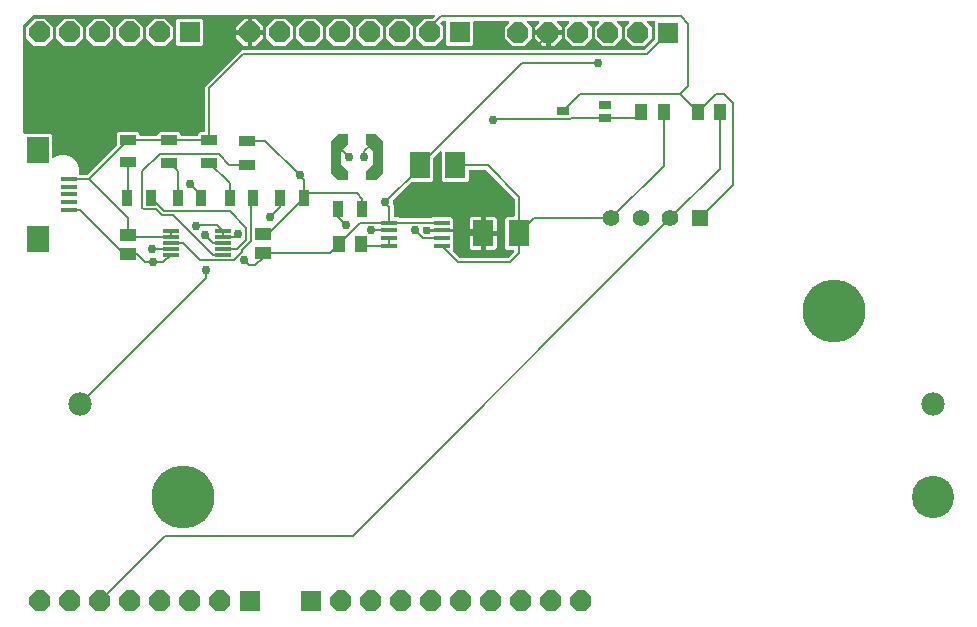
<source format=gtl>
G04 EAGLE Gerber RS-274X export*
G75*
%MOMM*%
%FSLAX34Y34*%
%LPD*%
%INTop Copper*%
%IPPOS*%
%AMOC8*
5,1,8,0,0,1.08239X$1,22.5*%
G01*
%ADD10R,1.400000X0.400000*%
%ADD11R,1.900000X2.300000*%
%ADD12P,1.924489X8X292.500000*%
%ADD13R,1.778000X1.778000*%
%ADD14P,1.924489X8X112.500000*%
%ADD15R,1.400000X0.300000*%
%ADD16C,1.980000*%
%ADD17C,5.325000*%
%ADD18C,3.585000*%
%ADD19R,1.425000X0.450000*%
%ADD20R,1.050000X1.400000*%
%ADD21R,1.450000X0.950000*%
%ADD22R,0.950000X1.450000*%
%ADD23R,1.400000X0.900000*%
%ADD24R,1.470000X1.020000*%
%ADD25C,1.026000*%
%ADD26R,1.800000X2.250000*%
%ADD27R,1.418000X1.418000*%
%ADD28C,1.418000*%
%ADD29R,1.100000X0.800000*%
%ADD30C,0.203200*%
%ADD31C,0.756400*%

G36*
X65093Y386569D02*
X65093Y386569D01*
X65180Y386572D01*
X65233Y386589D01*
X65288Y386597D01*
X65368Y386632D01*
X65451Y386659D01*
X65490Y386687D01*
X65547Y386713D01*
X65660Y386809D01*
X65724Y386854D01*
X90162Y411292D01*
X90214Y411362D01*
X90274Y411426D01*
X90300Y411475D01*
X90333Y411519D01*
X90364Y411601D01*
X90404Y411679D01*
X90412Y411726D01*
X90434Y411785D01*
X90446Y411932D01*
X90459Y412010D01*
X90459Y421652D01*
X91948Y423141D01*
X108052Y423141D01*
X109541Y421652D01*
X109541Y420672D01*
X109549Y420614D01*
X109547Y420556D01*
X109569Y420474D01*
X109581Y420390D01*
X109604Y420337D01*
X109619Y420281D01*
X109662Y420208D01*
X109697Y420131D01*
X109735Y420086D01*
X109764Y420036D01*
X109826Y419978D01*
X109880Y419914D01*
X109929Y419882D01*
X109972Y419842D01*
X110047Y419803D01*
X110117Y419756D01*
X110173Y419739D01*
X110225Y419712D01*
X110293Y419701D01*
X110388Y419671D01*
X110488Y419668D01*
X110556Y419657D01*
X124044Y419657D01*
X124102Y419665D01*
X124160Y419663D01*
X124242Y419685D01*
X124326Y419697D01*
X124379Y419720D01*
X124435Y419735D01*
X124508Y419778D01*
X124585Y419813D01*
X124630Y419851D01*
X124680Y419880D01*
X124738Y419942D01*
X124802Y419996D01*
X124834Y420045D01*
X124874Y420088D01*
X124913Y420163D01*
X124960Y420233D01*
X124977Y420289D01*
X125004Y420341D01*
X125015Y420409D01*
X125045Y420504D01*
X125048Y420604D01*
X125059Y420672D01*
X125059Y421552D01*
X126548Y423041D01*
X142652Y423041D01*
X144141Y421552D01*
X144141Y420672D01*
X144149Y420614D01*
X144147Y420556D01*
X144169Y420474D01*
X144181Y420390D01*
X144204Y420337D01*
X144219Y420281D01*
X144262Y420208D01*
X144297Y420131D01*
X144335Y420086D01*
X144364Y420036D01*
X144426Y419978D01*
X144480Y419914D01*
X144529Y419882D01*
X144572Y419842D01*
X144647Y419803D01*
X144717Y419756D01*
X144773Y419739D01*
X144825Y419712D01*
X144893Y419701D01*
X144988Y419671D01*
X145088Y419668D01*
X145156Y419657D01*
X158144Y419657D01*
X158202Y419665D01*
X158260Y419663D01*
X158342Y419685D01*
X158426Y419697D01*
X158479Y419720D01*
X158535Y419735D01*
X158608Y419778D01*
X158685Y419813D01*
X158730Y419851D01*
X158780Y419880D01*
X158838Y419942D01*
X158902Y419996D01*
X158934Y420045D01*
X158974Y420088D01*
X159013Y420163D01*
X159060Y420233D01*
X159077Y420289D01*
X159104Y420341D01*
X159115Y420409D01*
X159145Y420504D01*
X159148Y420604D01*
X159159Y420672D01*
X159159Y421452D01*
X160648Y422941D01*
X164128Y422941D01*
X164186Y422949D01*
X164244Y422947D01*
X164326Y422969D01*
X164410Y422981D01*
X164463Y423004D01*
X164519Y423019D01*
X164592Y423062D01*
X164669Y423097D01*
X164714Y423135D01*
X164764Y423164D01*
X164822Y423226D01*
X164886Y423280D01*
X164918Y423329D01*
X164958Y423372D01*
X164997Y423447D01*
X165044Y423517D01*
X165061Y423573D01*
X165088Y423625D01*
X165099Y423693D01*
X165129Y423788D01*
X165132Y423888D01*
X165143Y423956D01*
X165143Y461257D01*
X196139Y492253D01*
X537062Y492253D01*
X537149Y492265D01*
X537236Y492268D01*
X537289Y492285D01*
X537344Y492293D01*
X537424Y492328D01*
X537507Y492355D01*
X537546Y492383D01*
X537603Y492409D01*
X537716Y492505D01*
X537780Y492550D01*
X545532Y500302D01*
X545584Y500372D01*
X545644Y500436D01*
X545670Y500485D01*
X545703Y500529D01*
X545734Y500611D01*
X545774Y500689D01*
X545782Y500736D01*
X545804Y500795D01*
X545816Y500942D01*
X545829Y501020D01*
X545829Y516128D01*
X545821Y516186D01*
X545823Y516244D01*
X545801Y516326D01*
X545789Y516410D01*
X545766Y516463D01*
X545751Y516519D01*
X545708Y516592D01*
X545673Y516669D01*
X545635Y516714D01*
X545606Y516764D01*
X545544Y516822D01*
X545490Y516886D01*
X545441Y516918D01*
X545398Y516958D01*
X545323Y516997D01*
X545253Y517044D01*
X545197Y517061D01*
X545145Y517088D01*
X545077Y517099D01*
X544982Y517129D01*
X544882Y517132D01*
X544814Y517143D01*
X540333Y517143D01*
X540304Y517139D01*
X540275Y517142D01*
X540164Y517119D01*
X540052Y517103D01*
X540025Y517091D01*
X539996Y517086D01*
X539896Y517034D01*
X539792Y516987D01*
X539770Y516968D01*
X539744Y516955D01*
X539662Y516877D01*
X539575Y516804D01*
X539559Y516779D01*
X539538Y516759D01*
X539481Y516661D01*
X539418Y516567D01*
X539409Y516539D01*
X539394Y516514D01*
X539366Y516404D01*
X539332Y516296D01*
X539331Y516266D01*
X539324Y516238D01*
X539328Y516125D01*
X539325Y516012D01*
X539332Y515983D01*
X539333Y515954D01*
X539368Y515846D01*
X539396Y515737D01*
X539411Y515711D01*
X539420Y515683D01*
X539466Y515620D01*
X539542Y515492D01*
X539587Y515449D01*
X539615Y515410D01*
X543291Y511735D01*
X543291Y502265D01*
X536595Y495569D01*
X527125Y495569D01*
X520429Y502265D01*
X520429Y511735D01*
X524105Y515410D01*
X524122Y515434D01*
X524145Y515453D01*
X524207Y515547D01*
X524276Y515637D01*
X524286Y515665D01*
X524302Y515689D01*
X524336Y515797D01*
X524377Y515903D01*
X524379Y515932D01*
X524388Y515960D01*
X524391Y516074D01*
X524400Y516186D01*
X524395Y516215D01*
X524395Y516244D01*
X524367Y516354D01*
X524344Y516465D01*
X524331Y516491D01*
X524324Y516519D01*
X524266Y516617D01*
X524213Y516717D01*
X524193Y516739D01*
X524178Y516764D01*
X524096Y516841D01*
X524018Y516923D01*
X523992Y516938D01*
X523971Y516958D01*
X523870Y517010D01*
X523772Y517067D01*
X523744Y517074D01*
X523718Y517088D01*
X523640Y517101D01*
X523497Y517137D01*
X523434Y517135D01*
X523387Y517143D01*
X514933Y517143D01*
X514904Y517139D01*
X514875Y517142D01*
X514764Y517119D01*
X514652Y517103D01*
X514625Y517091D01*
X514596Y517086D01*
X514496Y517034D01*
X514392Y516987D01*
X514370Y516968D01*
X514344Y516955D01*
X514262Y516877D01*
X514175Y516804D01*
X514159Y516779D01*
X514138Y516759D01*
X514081Y516661D01*
X514018Y516567D01*
X514009Y516539D01*
X513994Y516514D01*
X513966Y516404D01*
X513932Y516296D01*
X513931Y516266D01*
X513924Y516238D01*
X513928Y516125D01*
X513925Y516012D01*
X513932Y515983D01*
X513933Y515954D01*
X513968Y515846D01*
X513996Y515737D01*
X514011Y515711D01*
X514020Y515683D01*
X514066Y515620D01*
X514142Y515492D01*
X514187Y515449D01*
X514215Y515410D01*
X517891Y511735D01*
X517891Y502265D01*
X511195Y495569D01*
X501725Y495569D01*
X495029Y502265D01*
X495029Y511735D01*
X498705Y515410D01*
X498722Y515434D01*
X498745Y515453D01*
X498807Y515547D01*
X498876Y515637D01*
X498886Y515665D01*
X498902Y515689D01*
X498936Y515797D01*
X498977Y515903D01*
X498979Y515932D01*
X498988Y515960D01*
X498991Y516074D01*
X499000Y516186D01*
X498995Y516215D01*
X498995Y516244D01*
X498967Y516354D01*
X498944Y516465D01*
X498931Y516491D01*
X498924Y516519D01*
X498866Y516617D01*
X498813Y516717D01*
X498793Y516739D01*
X498778Y516764D01*
X498696Y516841D01*
X498618Y516923D01*
X498592Y516938D01*
X498571Y516958D01*
X498470Y517010D01*
X498372Y517067D01*
X498344Y517074D01*
X498318Y517088D01*
X498240Y517101D01*
X498097Y517137D01*
X498034Y517135D01*
X497987Y517143D01*
X489533Y517143D01*
X489504Y517139D01*
X489475Y517142D01*
X489364Y517119D01*
X489252Y517103D01*
X489225Y517091D01*
X489196Y517086D01*
X489096Y517034D01*
X488992Y516987D01*
X488970Y516968D01*
X488944Y516955D01*
X488862Y516877D01*
X488775Y516804D01*
X488759Y516779D01*
X488738Y516759D01*
X488681Y516661D01*
X488618Y516567D01*
X488609Y516539D01*
X488594Y516514D01*
X488566Y516404D01*
X488532Y516296D01*
X488531Y516266D01*
X488524Y516238D01*
X488528Y516125D01*
X488525Y516012D01*
X488532Y515983D01*
X488533Y515954D01*
X488568Y515846D01*
X488596Y515737D01*
X488611Y515711D01*
X488620Y515683D01*
X488666Y515620D01*
X488742Y515492D01*
X488787Y515449D01*
X488815Y515410D01*
X492491Y511735D01*
X492491Y502265D01*
X485795Y495569D01*
X476325Y495569D01*
X469629Y502265D01*
X469629Y511735D01*
X473305Y515410D01*
X473322Y515434D01*
X473345Y515453D01*
X473407Y515547D01*
X473476Y515637D01*
X473486Y515665D01*
X473502Y515689D01*
X473536Y515797D01*
X473577Y515903D01*
X473579Y515932D01*
X473588Y515960D01*
X473591Y516074D01*
X473600Y516186D01*
X473595Y516215D01*
X473595Y516244D01*
X473567Y516354D01*
X473544Y516465D01*
X473531Y516491D01*
X473524Y516519D01*
X473466Y516617D01*
X473413Y516717D01*
X473393Y516739D01*
X473378Y516764D01*
X473296Y516841D01*
X473218Y516923D01*
X473192Y516938D01*
X473171Y516958D01*
X473070Y517010D01*
X472972Y517067D01*
X472944Y517074D01*
X472918Y517088D01*
X472840Y517101D01*
X472697Y517137D01*
X472634Y517135D01*
X472587Y517143D01*
X464133Y517143D01*
X464104Y517139D01*
X464075Y517142D01*
X463964Y517119D01*
X463852Y517103D01*
X463825Y517091D01*
X463796Y517086D01*
X463696Y517034D01*
X463592Y516987D01*
X463570Y516968D01*
X463544Y516955D01*
X463462Y516877D01*
X463375Y516804D01*
X463359Y516779D01*
X463338Y516759D01*
X463281Y516661D01*
X463218Y516567D01*
X463209Y516539D01*
X463194Y516514D01*
X463166Y516404D01*
X463132Y516296D01*
X463131Y516266D01*
X463124Y516238D01*
X463128Y516125D01*
X463125Y516012D01*
X463132Y515983D01*
X463133Y515954D01*
X463168Y515846D01*
X463196Y515737D01*
X463211Y515711D01*
X463220Y515683D01*
X463266Y515620D01*
X463342Y515492D01*
X463387Y515449D01*
X463415Y515410D01*
X467091Y511735D01*
X467091Y509031D01*
X456676Y509031D01*
X456618Y509023D01*
X456560Y509025D01*
X456478Y509003D01*
X456395Y508991D01*
X456341Y508967D01*
X456285Y508953D01*
X456212Y508910D01*
X456135Y508875D01*
X456091Y508837D01*
X456040Y508807D01*
X455983Y508746D01*
X455918Y508691D01*
X455886Y508643D01*
X455846Y508600D01*
X455807Y508525D01*
X455761Y508455D01*
X455743Y508399D01*
X455716Y508347D01*
X455705Y508279D01*
X455675Y508184D01*
X455672Y508084D01*
X455661Y508016D01*
X455661Y506999D01*
X455659Y506999D01*
X455659Y508016D01*
X455651Y508074D01*
X455652Y508132D01*
X455631Y508214D01*
X455619Y508297D01*
X455595Y508351D01*
X455581Y508407D01*
X455538Y508480D01*
X455503Y508557D01*
X455465Y508602D01*
X455435Y508652D01*
X455374Y508710D01*
X455319Y508774D01*
X455271Y508806D01*
X455228Y508846D01*
X455153Y508885D01*
X455083Y508931D01*
X455027Y508949D01*
X454975Y508976D01*
X454907Y508987D01*
X454812Y509017D01*
X454712Y509020D01*
X454644Y509031D01*
X444229Y509031D01*
X444229Y511735D01*
X447905Y515410D01*
X447922Y515434D01*
X447945Y515453D01*
X448007Y515547D01*
X448076Y515637D01*
X448086Y515665D01*
X448102Y515689D01*
X448136Y515797D01*
X448177Y515903D01*
X448179Y515932D01*
X448188Y515960D01*
X448191Y516074D01*
X448200Y516186D01*
X448195Y516215D01*
X448195Y516244D01*
X448167Y516354D01*
X448144Y516465D01*
X448131Y516491D01*
X448124Y516519D01*
X448066Y516617D01*
X448013Y516717D01*
X447993Y516739D01*
X447978Y516764D01*
X447896Y516841D01*
X447818Y516923D01*
X447792Y516938D01*
X447771Y516958D01*
X447670Y517010D01*
X447572Y517067D01*
X447544Y517074D01*
X447518Y517088D01*
X447440Y517101D01*
X447297Y517137D01*
X447234Y517135D01*
X447187Y517143D01*
X438733Y517143D01*
X438704Y517139D01*
X438675Y517142D01*
X438564Y517119D01*
X438452Y517103D01*
X438425Y517091D01*
X438396Y517086D01*
X438296Y517034D01*
X438192Y516987D01*
X438170Y516968D01*
X438144Y516955D01*
X438062Y516877D01*
X437975Y516804D01*
X437959Y516779D01*
X437938Y516759D01*
X437881Y516661D01*
X437818Y516567D01*
X437809Y516539D01*
X437794Y516514D01*
X437766Y516404D01*
X437732Y516296D01*
X437731Y516266D01*
X437724Y516238D01*
X437728Y516125D01*
X437725Y516012D01*
X437732Y515983D01*
X437733Y515954D01*
X437768Y515846D01*
X437796Y515737D01*
X437811Y515711D01*
X437820Y515683D01*
X437866Y515620D01*
X437942Y515492D01*
X437987Y515449D01*
X438015Y515410D01*
X441691Y511735D01*
X441691Y502265D01*
X434995Y495569D01*
X425525Y495569D01*
X418829Y502265D01*
X418829Y511735D01*
X422505Y515410D01*
X422522Y515434D01*
X422545Y515453D01*
X422607Y515547D01*
X422676Y515637D01*
X422686Y515665D01*
X422702Y515689D01*
X422736Y515797D01*
X422777Y515903D01*
X422779Y515932D01*
X422788Y515960D01*
X422791Y516074D01*
X422800Y516186D01*
X422795Y516215D01*
X422795Y516244D01*
X422767Y516354D01*
X422744Y516465D01*
X422731Y516491D01*
X422724Y516519D01*
X422666Y516617D01*
X422613Y516717D01*
X422593Y516739D01*
X422578Y516764D01*
X422496Y516841D01*
X422418Y516923D01*
X422392Y516938D01*
X422371Y516958D01*
X422270Y517010D01*
X422172Y517067D01*
X422144Y517074D01*
X422118Y517088D01*
X422040Y517101D01*
X421897Y517137D01*
X421834Y517135D01*
X421787Y517143D01*
X393346Y517143D01*
X393288Y517135D01*
X393230Y517137D01*
X393148Y517115D01*
X393064Y517103D01*
X393011Y517080D01*
X392955Y517065D01*
X392882Y517022D01*
X392805Y516987D01*
X392760Y516949D01*
X392710Y516920D01*
X392652Y516858D01*
X392588Y516804D01*
X392556Y516755D01*
X392516Y516712D01*
X392477Y516637D01*
X392430Y516567D01*
X392413Y516511D01*
X392386Y516459D01*
X392375Y516391D01*
X392345Y516296D01*
X392342Y516196D01*
X392331Y516128D01*
X392331Y497158D01*
X390842Y495669D01*
X370958Y495669D01*
X369469Y497158D01*
X369469Y516128D01*
X369461Y516186D01*
X369463Y516244D01*
X369441Y516326D01*
X369429Y516410D01*
X369406Y516463D01*
X369391Y516519D01*
X369348Y516592D01*
X369313Y516669D01*
X369275Y516714D01*
X369246Y516764D01*
X369184Y516822D01*
X369130Y516886D01*
X369081Y516918D01*
X369038Y516958D01*
X368963Y516997D01*
X368893Y517044D01*
X368837Y517061D01*
X368785Y517088D01*
X368717Y517099D01*
X368622Y517129D01*
X368522Y517132D01*
X368454Y517143D01*
X366384Y517143D01*
X366297Y517131D01*
X366210Y517128D01*
X366157Y517111D01*
X366102Y517103D01*
X366022Y517068D01*
X365939Y517041D01*
X365900Y517013D01*
X365843Y516987D01*
X365730Y516891D01*
X365666Y516846D01*
X364511Y515691D01*
X364476Y515644D01*
X364433Y515604D01*
X364390Y515531D01*
X364340Y515463D01*
X364319Y515409D01*
X364289Y515358D01*
X364269Y515277D01*
X364239Y515198D01*
X364234Y515139D01*
X364219Y515083D01*
X364222Y514999D01*
X364215Y514915D01*
X364226Y514857D01*
X364228Y514799D01*
X364254Y514718D01*
X364271Y514636D01*
X364295Y514590D01*
X364299Y514574D01*
X364303Y514567D01*
X364316Y514528D01*
X364356Y514472D01*
X364402Y514383D01*
X364430Y514354D01*
X364444Y514330D01*
X364484Y514293D01*
X364511Y514255D01*
X366931Y511835D01*
X366931Y502365D01*
X360235Y495669D01*
X350765Y495669D01*
X344069Y502365D01*
X344069Y511835D01*
X350765Y518531D01*
X356870Y518531D01*
X356957Y518543D01*
X357044Y518546D01*
X357097Y518563D01*
X357152Y518571D01*
X357232Y518606D01*
X357315Y518633D01*
X357354Y518661D01*
X357411Y518687D01*
X357524Y518783D01*
X357588Y518828D01*
X359250Y520490D01*
X359268Y520514D01*
X359290Y520533D01*
X359353Y520627D01*
X359421Y520717D01*
X359431Y520745D01*
X359448Y520769D01*
X359482Y520877D01*
X359522Y520983D01*
X359525Y521012D01*
X359534Y521040D01*
X359536Y521154D01*
X359546Y521266D01*
X359540Y521295D01*
X359541Y521324D01*
X359512Y521434D01*
X359490Y521545D01*
X359476Y521571D01*
X359469Y521599D01*
X359411Y521697D01*
X359359Y521797D01*
X359339Y521819D01*
X359324Y521844D01*
X359241Y521921D01*
X359163Y522003D01*
X359138Y522018D01*
X359116Y522038D01*
X359016Y522090D01*
X358918Y522147D01*
X358889Y522154D01*
X358863Y522168D01*
X358786Y522181D01*
X358642Y522217D01*
X358580Y522215D01*
X358532Y522223D01*
X20290Y522223D01*
X20203Y522211D01*
X20116Y522208D01*
X20063Y522191D01*
X20009Y522183D01*
X19929Y522148D01*
X19846Y522121D01*
X19806Y522093D01*
X19749Y522067D01*
X19636Y521971D01*
X19572Y521926D01*
X11474Y513828D01*
X11422Y513758D01*
X11362Y513694D01*
X11336Y513645D01*
X11303Y513601D01*
X11272Y513519D01*
X11232Y513441D01*
X11224Y513393D01*
X11202Y513335D01*
X11190Y513187D01*
X11177Y513110D01*
X11177Y422221D01*
X11181Y422192D01*
X11178Y422163D01*
X11201Y422052D01*
X11217Y421939D01*
X11229Y421913D01*
X11234Y421884D01*
X11286Y421783D01*
X11333Y421680D01*
X11352Y421658D01*
X11365Y421632D01*
X11443Y421549D01*
X11516Y421463D01*
X11541Y421447D01*
X11561Y421425D01*
X11659Y421368D01*
X11753Y421305D01*
X11781Y421297D01*
X11806Y421282D01*
X11916Y421254D01*
X12024Y421220D01*
X12053Y421219D01*
X12082Y421212D01*
X12195Y421215D01*
X12308Y421212D01*
X12337Y421220D01*
X12366Y421221D01*
X12474Y421256D01*
X12583Y421284D01*
X12609Y421299D01*
X12637Y421308D01*
X12700Y421354D01*
X12828Y421429D01*
X12871Y421475D01*
X12910Y421503D01*
X12948Y421541D01*
X34052Y421541D01*
X35541Y420052D01*
X35541Y401957D01*
X35545Y401928D01*
X35542Y401899D01*
X35565Y401788D01*
X35581Y401676D01*
X35593Y401649D01*
X35598Y401620D01*
X35650Y401520D01*
X35697Y401416D01*
X35716Y401394D01*
X35729Y401368D01*
X35807Y401286D01*
X35880Y401199D01*
X35905Y401183D01*
X35925Y401162D01*
X36023Y401105D01*
X36117Y401042D01*
X36145Y401033D01*
X36170Y401018D01*
X36280Y400990D01*
X36388Y400956D01*
X36417Y400955D01*
X36446Y400948D01*
X36559Y400952D01*
X36672Y400949D01*
X36701Y400956D01*
X36730Y400957D01*
X36838Y400992D01*
X36947Y401021D01*
X36973Y401036D01*
X37001Y401045D01*
X37064Y401090D01*
X37192Y401166D01*
X37235Y401212D01*
X37274Y401240D01*
X37403Y401369D01*
X42332Y403411D01*
X47668Y403411D01*
X52597Y401369D01*
X56369Y397597D01*
X58411Y392668D01*
X58411Y387603D01*
X58423Y387516D01*
X58426Y387429D01*
X58443Y387376D01*
X58451Y387321D01*
X58486Y387242D01*
X58513Y387158D01*
X58541Y387119D01*
X58567Y387062D01*
X58647Y386968D01*
X58665Y386936D01*
X58684Y386918D01*
X58708Y386885D01*
X58739Y386854D01*
X58749Y386846D01*
X58750Y386845D01*
X58756Y386841D01*
X58809Y386802D01*
X58873Y386742D01*
X58922Y386716D01*
X58966Y386683D01*
X59048Y386652D01*
X59126Y386612D01*
X59173Y386604D01*
X59232Y386582D01*
X59380Y386570D01*
X59457Y386557D01*
X65006Y386557D01*
X65093Y386569D01*
G37*
G36*
X421103Y315989D02*
X421103Y315989D01*
X421190Y315992D01*
X421243Y316009D01*
X421298Y316017D01*
X421378Y316052D01*
X421461Y316079D01*
X421500Y316107D01*
X421557Y316133D01*
X421670Y316229D01*
X421734Y316274D01*
X426786Y321326D01*
X426838Y321396D01*
X426898Y321460D01*
X426924Y321509D01*
X426957Y321553D01*
X426988Y321635D01*
X427028Y321713D01*
X427036Y321760D01*
X427058Y321819D01*
X427063Y321881D01*
X427069Y321900D01*
X427071Y321971D01*
X427083Y322044D01*
X427083Y322214D01*
X427075Y322272D01*
X427077Y322330D01*
X427055Y322412D01*
X427043Y322496D01*
X427020Y322549D01*
X427005Y322605D01*
X426962Y322678D01*
X426927Y322755D01*
X426889Y322800D01*
X426860Y322850D01*
X426798Y322908D01*
X426744Y322972D01*
X426695Y323004D01*
X426652Y323044D01*
X426577Y323083D01*
X426507Y323130D01*
X426451Y323147D01*
X426399Y323174D01*
X426331Y323185D01*
X426236Y323215D01*
X426136Y323218D01*
X426068Y323229D01*
X420588Y323229D01*
X419099Y324718D01*
X419099Y349322D01*
X420588Y350811D01*
X426068Y350811D01*
X426126Y350819D01*
X426184Y350817D01*
X426266Y350839D01*
X426350Y350851D01*
X426403Y350874D01*
X426459Y350889D01*
X426532Y350932D01*
X426609Y350967D01*
X426654Y351005D01*
X426704Y351034D01*
X426762Y351096D01*
X426826Y351150D01*
X426858Y351199D01*
X426898Y351242D01*
X426937Y351317D01*
X426984Y351387D01*
X427001Y351443D01*
X427028Y351495D01*
X427039Y351563D01*
X427069Y351658D01*
X427072Y351758D01*
X427083Y351826D01*
X427083Y366296D01*
X427071Y366383D01*
X427068Y366470D01*
X427051Y366523D01*
X427043Y366578D01*
X427008Y366658D01*
X426981Y366741D01*
X426953Y366780D01*
X426927Y366837D01*
X426831Y366950D01*
X426786Y367014D01*
X403184Y390616D01*
X403114Y390668D01*
X403050Y390728D01*
X403001Y390754D01*
X402957Y390787D01*
X402875Y390818D01*
X402797Y390858D01*
X402750Y390866D01*
X402691Y390888D01*
X402544Y390900D01*
X402466Y390913D01*
X389396Y390913D01*
X389338Y390905D01*
X389280Y390907D01*
X389198Y390885D01*
X389114Y390873D01*
X389061Y390850D01*
X389005Y390835D01*
X388932Y390792D01*
X388855Y390757D01*
X388810Y390719D01*
X388760Y390690D01*
X388702Y390628D01*
X388638Y390574D01*
X388606Y390525D01*
X388566Y390482D01*
X388527Y390407D01*
X388480Y390337D01*
X388463Y390281D01*
X388436Y390229D01*
X388425Y390161D01*
X388395Y390066D01*
X388392Y389966D01*
X388381Y389898D01*
X388381Y382168D01*
X386892Y380679D01*
X366788Y380679D01*
X365299Y382168D01*
X365299Y405448D01*
X365295Y405477D01*
X365298Y405507D01*
X365275Y405618D01*
X365259Y405730D01*
X365247Y405756D01*
X365242Y405785D01*
X365190Y405886D01*
X365143Y405989D01*
X365124Y406012D01*
X365111Y406038D01*
X365033Y406120D01*
X364960Y406206D01*
X364935Y406222D01*
X364915Y406244D01*
X364817Y406301D01*
X364723Y406364D01*
X364695Y406373D01*
X364670Y406387D01*
X364560Y406415D01*
X364452Y406450D01*
X364422Y406450D01*
X364394Y406458D01*
X364281Y406454D01*
X364168Y406457D01*
X364139Y406449D01*
X364110Y406448D01*
X364002Y406414D01*
X363893Y406385D01*
X363867Y406370D01*
X363839Y406361D01*
X363776Y406315D01*
X363648Y406240D01*
X363605Y406194D01*
X363566Y406166D01*
X358678Y401278D01*
X358626Y401208D01*
X358566Y401144D01*
X358540Y401095D01*
X358507Y401051D01*
X358476Y400969D01*
X358436Y400891D01*
X358428Y400844D01*
X358406Y400785D01*
X358394Y400638D01*
X358381Y400560D01*
X358381Y382168D01*
X356892Y380679D01*
X340410Y380679D01*
X340323Y380667D01*
X340236Y380664D01*
X340183Y380647D01*
X340128Y380639D01*
X340048Y380604D01*
X339965Y380577D01*
X339926Y380549D01*
X339869Y380523D01*
X339756Y380427D01*
X339692Y380382D01*
X324120Y364810D01*
X324068Y364740D01*
X324008Y364676D01*
X323982Y364627D01*
X323949Y364583D01*
X323918Y364501D01*
X323878Y364423D01*
X323870Y364376D01*
X323848Y364317D01*
X323836Y364170D01*
X323823Y364092D01*
X323823Y362348D01*
X323835Y362261D01*
X323838Y362174D01*
X323855Y362121D01*
X323863Y362066D01*
X323898Y361986D01*
X323925Y361903D01*
X323953Y361864D01*
X323979Y361807D01*
X324075Y361694D01*
X324120Y361630D01*
X324687Y361063D01*
X324687Y351916D01*
X324695Y351858D01*
X324693Y351800D01*
X324715Y351718D01*
X324727Y351634D01*
X324750Y351581D01*
X324765Y351525D01*
X324808Y351452D01*
X324843Y351375D01*
X324881Y351330D01*
X324910Y351280D01*
X324972Y351222D01*
X325026Y351158D01*
X325075Y351126D01*
X325118Y351086D01*
X325193Y351047D01*
X325263Y351000D01*
X325319Y350983D01*
X325371Y350956D01*
X325439Y350945D01*
X325534Y350915D01*
X325634Y350912D01*
X325702Y350901D01*
X329307Y350901D01*
X330244Y349964D01*
X330314Y349912D01*
X330378Y349852D01*
X330427Y349826D01*
X330471Y349793D01*
X330553Y349762D01*
X330631Y349722D01*
X330678Y349714D01*
X330737Y349692D01*
X330885Y349680D01*
X330962Y349667D01*
X355538Y349667D01*
X355625Y349679D01*
X355712Y349682D01*
X355765Y349699D01*
X355820Y349707D01*
X355899Y349742D01*
X355983Y349769D01*
X356022Y349797D01*
X356079Y349823D01*
X356192Y349919D01*
X356256Y349964D01*
X357193Y350901D01*
X373547Y350901D01*
X375036Y349412D01*
X375036Y342492D01*
X375026Y342445D01*
X375031Y342391D01*
X375025Y342318D01*
X375031Y342286D01*
X375030Y342257D01*
X375036Y342236D01*
X375036Y340734D01*
X365479Y340734D01*
X365421Y340726D01*
X365363Y340728D01*
X365343Y340722D01*
X365329Y340723D01*
X365261Y340734D01*
X355704Y340734D01*
X355704Y341538D01*
X355696Y341596D01*
X355698Y341654D01*
X355676Y341736D01*
X355664Y341820D01*
X355641Y341873D01*
X355626Y341929D01*
X355583Y342002D01*
X355548Y342079D01*
X355510Y342124D01*
X355481Y342174D01*
X355419Y342232D01*
X355365Y342296D01*
X355316Y342328D01*
X355273Y342368D01*
X355198Y342407D01*
X355128Y342454D01*
X355072Y342471D01*
X355020Y342498D01*
X354952Y342509D01*
X354857Y342539D01*
X354757Y342542D01*
X354689Y342553D01*
X350118Y342553D01*
X350004Y342537D01*
X349889Y342527D01*
X349864Y342517D01*
X349836Y342513D01*
X349732Y342467D01*
X349624Y342425D01*
X349602Y342409D01*
X349577Y342397D01*
X349489Y342323D01*
X349397Y342254D01*
X349381Y342231D01*
X349360Y342214D01*
X349296Y342118D01*
X349227Y342026D01*
X349218Y342000D01*
X349202Y341977D01*
X349167Y341867D01*
X349127Y341760D01*
X349125Y341732D01*
X349116Y341706D01*
X349113Y341591D01*
X349104Y341477D01*
X349110Y341452D01*
X349109Y341422D01*
X349176Y341165D01*
X349180Y341149D01*
X349223Y341046D01*
X349223Y338916D01*
X349235Y338829D01*
X349238Y338742D01*
X349255Y338689D01*
X349263Y338634D01*
X349298Y338554D01*
X349325Y338471D01*
X349353Y338432D01*
X349379Y338375D01*
X349475Y338262D01*
X349520Y338198D01*
X350754Y336964D01*
X350824Y336912D01*
X350888Y336852D01*
X350937Y336826D01*
X350981Y336793D01*
X351063Y336762D01*
X351141Y336722D01*
X351188Y336714D01*
X351247Y336692D01*
X351394Y336680D01*
X351472Y336667D01*
X354689Y336667D01*
X354747Y336675D01*
X354805Y336673D01*
X354887Y336695D01*
X354971Y336707D01*
X355024Y336730D01*
X355080Y336745D01*
X355153Y336788D01*
X355230Y336823D01*
X355275Y336861D01*
X355325Y336890D01*
X355383Y336952D01*
X355447Y337006D01*
X355479Y337055D01*
X355519Y337098D01*
X355558Y337173D01*
X355605Y337243D01*
X355622Y337299D01*
X355649Y337351D01*
X355660Y337419D01*
X355690Y337514D01*
X355693Y337614D01*
X355704Y337682D01*
X355704Y338486D01*
X365261Y338486D01*
X365319Y338494D01*
X365377Y338492D01*
X365397Y338497D01*
X365411Y338497D01*
X365479Y338486D01*
X375036Y338486D01*
X375036Y336980D01*
X375029Y336954D01*
X375031Y336890D01*
X375023Y336826D01*
X375036Y336750D01*
X375036Y323297D01*
X375009Y323272D01*
X374967Y323199D01*
X374916Y323132D01*
X374895Y323077D01*
X374866Y323027D01*
X374845Y322945D01*
X374815Y322866D01*
X374810Y322808D01*
X374796Y322751D01*
X374798Y322667D01*
X374791Y322583D01*
X374803Y322525D01*
X374805Y322467D01*
X374831Y322387D01*
X374847Y322304D01*
X374874Y322252D01*
X374892Y322196D01*
X374932Y322140D01*
X374978Y322052D01*
X375047Y321979D01*
X375087Y321923D01*
X380736Y316274D01*
X380806Y316222D01*
X380870Y316162D01*
X380919Y316136D01*
X380963Y316103D01*
X381045Y316072D01*
X381123Y316032D01*
X381170Y316024D01*
X381229Y316002D01*
X381376Y315990D01*
X381454Y315977D01*
X421016Y315977D01*
X421103Y315989D01*
G37*
%LPC*%
G36*
X142058Y495869D02*
X142058Y495869D01*
X140569Y497358D01*
X140569Y517242D01*
X142058Y518731D01*
X161942Y518731D01*
X163431Y517242D01*
X163431Y497358D01*
X161942Y495869D01*
X142058Y495869D01*
G37*
%LPD*%
%LPC*%
G36*
X45665Y495869D02*
X45665Y495869D01*
X38969Y502565D01*
X38969Y512035D01*
X45665Y518731D01*
X55135Y518731D01*
X61831Y512035D01*
X61831Y502565D01*
X55135Y495869D01*
X45665Y495869D01*
G37*
%LPD*%
%LPC*%
G36*
X20265Y495869D02*
X20265Y495869D01*
X13569Y502565D01*
X13569Y512035D01*
X20265Y518731D01*
X29735Y518731D01*
X36431Y512035D01*
X36431Y502565D01*
X29735Y495869D01*
X20265Y495869D01*
G37*
%LPD*%
%LPC*%
G36*
X96465Y495869D02*
X96465Y495869D01*
X89769Y502565D01*
X89769Y512035D01*
X96465Y518731D01*
X105935Y518731D01*
X112631Y512035D01*
X112631Y502565D01*
X105935Y495869D01*
X96465Y495869D01*
G37*
%LPD*%
%LPC*%
G36*
X121865Y495869D02*
X121865Y495869D01*
X115169Y502565D01*
X115169Y512035D01*
X121865Y518731D01*
X131335Y518731D01*
X138031Y512035D01*
X138031Y502565D01*
X131335Y495869D01*
X121865Y495869D01*
G37*
%LPD*%
%LPC*%
G36*
X71065Y495869D02*
X71065Y495869D01*
X64369Y502565D01*
X64369Y512035D01*
X71065Y518731D01*
X80535Y518731D01*
X87231Y512035D01*
X87231Y502565D01*
X80535Y495869D01*
X71065Y495869D01*
G37*
%LPD*%
%LPC*%
G36*
X325365Y495669D02*
X325365Y495669D01*
X318669Y502365D01*
X318669Y511835D01*
X325365Y518531D01*
X334835Y518531D01*
X341531Y511835D01*
X341531Y502365D01*
X334835Y495669D01*
X325365Y495669D01*
G37*
%LPD*%
%LPC*%
G36*
X299965Y495669D02*
X299965Y495669D01*
X293269Y502365D01*
X293269Y511835D01*
X299965Y518531D01*
X309435Y518531D01*
X316131Y511835D01*
X316131Y502365D01*
X309435Y495669D01*
X299965Y495669D01*
G37*
%LPD*%
%LPC*%
G36*
X274565Y495669D02*
X274565Y495669D01*
X267869Y502365D01*
X267869Y511835D01*
X274565Y518531D01*
X284035Y518531D01*
X290731Y511835D01*
X290731Y502365D01*
X284035Y495669D01*
X274565Y495669D01*
G37*
%LPD*%
%LPC*%
G36*
X223765Y495669D02*
X223765Y495669D01*
X217069Y502365D01*
X217069Y511835D01*
X223765Y518531D01*
X233235Y518531D01*
X239931Y511835D01*
X239931Y502365D01*
X233235Y495669D01*
X223765Y495669D01*
G37*
%LPD*%
%LPC*%
G36*
X249165Y495669D02*
X249165Y495669D01*
X242469Y502365D01*
X242469Y511835D01*
X249165Y518531D01*
X258635Y518531D01*
X265331Y511835D01*
X265331Y502365D01*
X258635Y495669D01*
X249165Y495669D01*
G37*
%LPD*%
G36*
X310082Y381857D02*
X310082Y381857D01*
X310084Y381856D01*
X315684Y387356D01*
X315684Y387359D01*
X315685Y387360D01*
X315685Y415260D01*
X315683Y415262D01*
X315684Y415264D01*
X310084Y420764D01*
X310081Y420764D01*
X310080Y420765D01*
X301180Y420765D01*
X301175Y420761D01*
X301175Y420760D01*
X301175Y413010D01*
X301177Y413008D01*
X301176Y413007D01*
X306975Y407058D01*
X306975Y395562D01*
X301176Y389613D01*
X301176Y389612D01*
X301176Y389611D01*
X301175Y389610D01*
X301175Y381860D01*
X301179Y381855D01*
X301180Y381855D01*
X310080Y381855D01*
X310082Y381857D01*
G37*
G36*
X286185Y381859D02*
X286185Y381859D01*
X286185Y381860D01*
X286185Y389610D01*
X286183Y389612D01*
X286184Y389613D01*
X280385Y395562D01*
X280385Y407058D01*
X286184Y413007D01*
X286184Y413008D01*
X286184Y413009D01*
X286185Y413010D01*
X286185Y420760D01*
X286181Y420765D01*
X286180Y420765D01*
X277280Y420765D01*
X277278Y420763D01*
X277277Y420764D01*
X271677Y415264D01*
X271676Y415262D01*
X271675Y415261D01*
X271675Y415260D01*
X271675Y387360D01*
X271677Y387358D01*
X271677Y387356D01*
X277277Y381856D01*
X277279Y381856D01*
X277280Y381855D01*
X286180Y381855D01*
X286185Y381859D01*
G37*
%LPC*%
G36*
X402671Y339051D02*
X402671Y339051D01*
X402671Y350811D01*
X409974Y350811D01*
X410621Y350638D01*
X411200Y350303D01*
X411673Y349830D01*
X412008Y349251D01*
X412181Y348604D01*
X412181Y339051D01*
X402671Y339051D01*
G37*
%LPD*%
%LPC*%
G36*
X402671Y334989D02*
X402671Y334989D01*
X412181Y334989D01*
X412181Y325436D01*
X412008Y324789D01*
X411673Y324210D01*
X411200Y323737D01*
X410621Y323402D01*
X409974Y323229D01*
X402671Y323229D01*
X402671Y334989D01*
G37*
%LPD*%
%LPC*%
G36*
X389099Y339051D02*
X389099Y339051D01*
X389099Y348604D01*
X389272Y349251D01*
X389607Y349830D01*
X390080Y350303D01*
X390659Y350638D01*
X391306Y350811D01*
X398609Y350811D01*
X398609Y339051D01*
X389099Y339051D01*
G37*
%LPD*%
%LPC*%
G36*
X391306Y323229D02*
X391306Y323229D01*
X390659Y323402D01*
X390080Y323737D01*
X389607Y324210D01*
X389272Y324789D01*
X389099Y325436D01*
X389099Y334989D01*
X398609Y334989D01*
X398609Y323229D01*
X391306Y323229D01*
G37*
%LPD*%
%LPC*%
G36*
X205131Y509131D02*
X205131Y509131D01*
X205131Y518531D01*
X207835Y518531D01*
X214531Y511835D01*
X214531Y509131D01*
X205131Y509131D01*
G37*
%LPD*%
%LPC*%
G36*
X191669Y509131D02*
X191669Y509131D01*
X191669Y511835D01*
X198365Y518531D01*
X201069Y518531D01*
X201069Y509131D01*
X191669Y509131D01*
G37*
%LPD*%
%LPC*%
G36*
X205131Y495669D02*
X205131Y495669D01*
X205131Y505069D01*
X214531Y505069D01*
X214531Y502365D01*
X207835Y495669D01*
X205131Y495669D01*
G37*
%LPD*%
%LPC*%
G36*
X457691Y495569D02*
X457691Y495569D01*
X457691Y504969D01*
X467091Y504969D01*
X467091Y502265D01*
X460395Y495569D01*
X457691Y495569D01*
G37*
%LPD*%
%LPC*%
G36*
X198365Y495669D02*
X198365Y495669D01*
X191669Y502365D01*
X191669Y505069D01*
X201069Y505069D01*
X201069Y495669D01*
X198365Y495669D01*
G37*
%LPD*%
%LPC*%
G36*
X450925Y495569D02*
X450925Y495569D01*
X444229Y502265D01*
X444229Y504969D01*
X453629Y504969D01*
X453629Y495569D01*
X450925Y495569D01*
G37*
%LPD*%
%LPC*%
G36*
X203099Y507099D02*
X203099Y507099D01*
X203099Y507101D01*
X203101Y507101D01*
X203101Y507099D01*
X203099Y507099D01*
G37*
%LPD*%
%LPC*%
G36*
X400639Y337019D02*
X400639Y337019D01*
X400639Y337021D01*
X400641Y337021D01*
X400641Y337019D01*
X400639Y337019D01*
G37*
%LPD*%
D10*
X50000Y383000D03*
X50000Y376500D03*
X50000Y370000D03*
X50000Y363500D03*
X50000Y357000D03*
D11*
X23500Y407500D03*
X23500Y332500D03*
D12*
X126600Y507300D03*
D13*
X152000Y507300D03*
D12*
X101200Y507300D03*
X75800Y507300D03*
X50400Y507300D03*
X25000Y507300D03*
X355500Y507100D03*
D13*
X380900Y507100D03*
D12*
X330100Y507100D03*
X304700Y507100D03*
X279300Y507100D03*
X253900Y507100D03*
X228500Y507100D03*
X203100Y507100D03*
D14*
X279916Y26100D03*
D13*
X254516Y26100D03*
D14*
X305316Y26100D03*
X330716Y26100D03*
X356116Y26100D03*
X381516Y26100D03*
X406916Y26100D03*
X432316Y26100D03*
X457716Y26100D03*
X483116Y26100D03*
D15*
X135900Y339000D03*
X135900Y334000D03*
X135900Y329000D03*
X135900Y324000D03*
X135900Y319000D03*
X179900Y319000D03*
X179900Y324000D03*
X179900Y329000D03*
X179900Y334000D03*
X179900Y339000D03*
D12*
X531860Y507000D03*
D13*
X557260Y507000D03*
D12*
X506460Y507000D03*
X481060Y507000D03*
X455660Y507000D03*
X430260Y507000D03*
D16*
X59600Y192700D03*
X781600Y192700D03*
D17*
X146000Y114000D03*
D18*
X781600Y114000D03*
D17*
X698000Y271400D03*
D19*
X321130Y346110D03*
X321130Y339610D03*
X321130Y333110D03*
X321130Y326610D03*
X365370Y326610D03*
X365370Y333110D03*
X365370Y339610D03*
X365370Y346110D03*
D20*
X278280Y328030D03*
X297280Y328030D03*
D21*
X200600Y395100D03*
X200600Y415100D03*
D22*
X185800Y367000D03*
X205800Y367000D03*
X142000Y367100D03*
X162000Y367100D03*
X99200Y367200D03*
X119200Y367200D03*
D23*
X168700Y396900D03*
X168700Y415900D03*
X134600Y397000D03*
X134600Y416000D03*
X100000Y397100D03*
X100000Y416100D03*
D24*
X213900Y320700D03*
X213900Y336700D03*
X100200Y335600D03*
X100200Y319600D03*
D22*
X277880Y357610D03*
X297880Y357610D03*
D25*
X309790Y389560D03*
X277570Y389560D03*
D26*
X346840Y394470D03*
X376840Y394470D03*
X400640Y337020D03*
X430640Y337020D03*
D27*
X584030Y349640D03*
D28*
X559030Y349640D03*
X534030Y349640D03*
X509030Y349640D03*
D20*
X582280Y439670D03*
X601280Y439670D03*
D29*
X503400Y445790D03*
X503400Y434790D03*
X467900Y440290D03*
D20*
X534320Y439930D03*
X553320Y439930D03*
D12*
X177608Y26000D03*
D13*
X203008Y26000D03*
D12*
X152208Y26000D03*
X126808Y26000D03*
X101408Y26000D03*
X76008Y26000D03*
X50608Y26000D03*
X25208Y26000D03*
D22*
X228760Y367030D03*
X248760Y367030D03*
D30*
X66900Y383000D02*
X50000Y383000D01*
X66900Y383000D02*
X100000Y416100D01*
X168500Y416100D01*
X168700Y415900D01*
X168700Y459784D01*
X197612Y488696D01*
X100200Y335600D02*
X101800Y334000D01*
X135900Y334000D01*
X100200Y349700D02*
X66900Y383000D01*
X100200Y349700D02*
X100200Y335600D01*
X538956Y488696D02*
X557260Y507000D01*
X538956Y488696D02*
X197612Y488696D01*
X168600Y416000D02*
X134600Y416000D01*
X168600Y416000D02*
X168700Y415900D01*
X135900Y339000D02*
X135900Y334000D01*
D31*
X152556Y378930D03*
X120396Y324104D03*
D30*
X135796Y324104D01*
X135900Y324000D01*
X162000Y369486D02*
X152556Y378930D01*
X162000Y369486D02*
X162000Y367100D01*
X166116Y299216D02*
X59600Y192700D01*
X166116Y299216D02*
X166116Y306324D01*
D31*
X166116Y306324D03*
X157226Y343408D03*
D30*
X157898Y344080D01*
X174820Y344080D01*
X179900Y339000D01*
X179900Y334000D01*
X190236Y334000D01*
X193040Y336804D01*
D31*
X193040Y336804D03*
X198272Y314300D03*
D30*
X202692Y309880D01*
X207264Y309880D01*
X213900Y316516D01*
X213900Y320700D01*
X270950Y320700D01*
X278280Y328030D01*
X296360Y346110D01*
X321130Y346110D01*
X321130Y359590D01*
X317500Y363220D01*
D31*
X317500Y363220D03*
X287020Y401320D03*
D30*
X321130Y346110D02*
X365370Y346110D01*
X287020Y401320D02*
X281940Y406400D01*
X278130Y406400D01*
X317500Y363220D02*
X346840Y392560D01*
X346840Y394470D01*
X433700Y481330D01*
X497840Y481330D01*
D31*
X497840Y481330D03*
D30*
X278130Y406400D02*
X278130Y390120D01*
X277570Y389560D01*
X203708Y330251D02*
X196596Y323139D01*
X203708Y364908D02*
X205800Y367000D01*
X203708Y364908D02*
X203708Y330251D01*
X196596Y323139D02*
X196596Y321564D01*
X189484Y314452D01*
X160528Y314452D01*
X145980Y329000D02*
X135900Y329000D01*
X145980Y329000D02*
X160528Y314452D01*
X58990Y357000D02*
X50000Y357000D01*
X100200Y319600D02*
X107120Y319600D01*
X114300Y312420D01*
X120650Y312420D01*
X129320Y312420D01*
X135900Y319000D01*
D31*
X120650Y312420D03*
D30*
X213900Y336700D02*
X218430Y336700D01*
X248760Y367030D01*
X248760Y382430D01*
X216090Y415100D02*
X200600Y415100D01*
X245110Y386080D02*
X248760Y382430D01*
X245110Y386080D02*
X216090Y415100D01*
X252570Y370840D02*
X248760Y367030D01*
X252570Y370840D02*
X293370Y370840D01*
X297880Y366330D01*
X297880Y357610D01*
D31*
X245110Y386080D03*
D30*
X509030Y349640D02*
X553320Y393930D01*
X553320Y439930D01*
X443260Y349640D02*
X430640Y337020D01*
X443260Y349640D02*
X509030Y349640D01*
X430640Y337020D02*
X430640Y320150D01*
X422910Y312420D01*
X379560Y312420D01*
X365370Y326610D01*
X376840Y394470D02*
X404360Y394470D01*
X430640Y368190D02*
X430640Y337020D01*
X430640Y368190D02*
X404360Y394470D01*
X100200Y319600D02*
X96390Y319600D01*
X58990Y357000D01*
X119200Y367200D02*
X130292Y356108D01*
X185928Y356108D02*
X200152Y341884D01*
X200152Y331724D01*
X192024Y323596D02*
X185928Y323596D01*
X185928Y356108D02*
X130292Y356108D01*
X192024Y323596D02*
X200152Y331724D01*
X185524Y324000D02*
X179900Y324000D01*
X185524Y324000D02*
X185928Y323596D01*
X113398Y357410D02*
X111910Y358898D01*
X185592Y395100D02*
X200600Y395100D01*
X185592Y395100D02*
X176652Y404040D01*
X126548Y404040D01*
X111910Y389402D01*
X111910Y358898D01*
X123961Y357410D02*
X128819Y352552D01*
X138176Y352552D01*
X171728Y319000D02*
X179900Y319000D01*
X123961Y357410D02*
X113398Y357410D01*
X138176Y352552D02*
X171728Y319000D01*
X100000Y368000D02*
X100000Y397100D01*
X100000Y368000D02*
X99200Y367200D01*
X321130Y333110D02*
X321130Y326610D01*
X298700Y326610D01*
X297280Y328030D01*
X185800Y379800D02*
X168700Y396900D01*
X185800Y379800D02*
X185800Y367000D01*
X142000Y389600D02*
X134600Y397000D01*
X142000Y389600D02*
X142000Y367100D01*
X305454Y339610D02*
X321130Y339610D01*
X305454Y339610D02*
X305276Y339788D01*
D31*
X305276Y339788D03*
X284480Y344170D03*
D30*
X277880Y350770D01*
X277880Y357610D01*
X349578Y333110D02*
X365370Y333110D01*
X349578Y333110D02*
X342900Y339788D01*
D31*
X342900Y339788D03*
X299720Y401320D03*
D30*
X299720Y406400D01*
X305435Y412115D01*
X309790Y407760D02*
X309790Y389560D01*
X309790Y407760D02*
X305435Y412115D01*
X455660Y505190D02*
X455660Y507000D01*
X455660Y505190D02*
X444500Y494030D01*
X422910Y494030D01*
X414020Y502920D01*
X407670Y502920D01*
D31*
X407670Y502920D03*
X400050Y359410D03*
D30*
X398050Y339610D02*
X365370Y339610D01*
X398050Y339610D02*
X400640Y337020D01*
X400050Y337610D02*
X400050Y359410D01*
X400050Y337610D02*
X400640Y337020D01*
X567290Y454660D02*
X582280Y439670D01*
X482270Y454660D02*
X467900Y440290D01*
X482270Y454660D02*
X567290Y454660D01*
X574040Y461410D01*
X574040Y514350D01*
X567690Y520700D01*
X364490Y520700D02*
X355600Y511810D01*
X355600Y508370D01*
X364490Y520700D02*
X567690Y520700D01*
X612140Y377750D02*
X584030Y349640D01*
X612140Y377750D02*
X612140Y447040D01*
X604520Y454660D01*
X597270Y454660D02*
X582280Y439670D01*
X597270Y454660D02*
X604520Y454660D01*
X355500Y507100D02*
X355500Y508270D01*
X355600Y508370D01*
X131033Y81025D02*
X76008Y26000D01*
X290415Y81025D02*
X559030Y349640D01*
X290415Y81025D02*
X131033Y81025D01*
X601280Y391890D02*
X601280Y439670D01*
X601280Y391890D02*
X559030Y349640D01*
X529180Y434790D02*
X503400Y434790D01*
X529180Y434790D02*
X534320Y439930D01*
D31*
X408940Y433070D03*
D30*
X475492Y434790D02*
X503400Y434790D01*
X475492Y434790D02*
X474452Y433750D01*
X409620Y433750D02*
X408940Y433070D01*
X409620Y433750D02*
X474452Y433750D01*
X179900Y329000D02*
X171380Y329000D01*
X165100Y335280D01*
D31*
X165100Y335280D03*
X219710Y350520D03*
D30*
X228760Y359570D01*
X228760Y367030D01*
M02*

</source>
